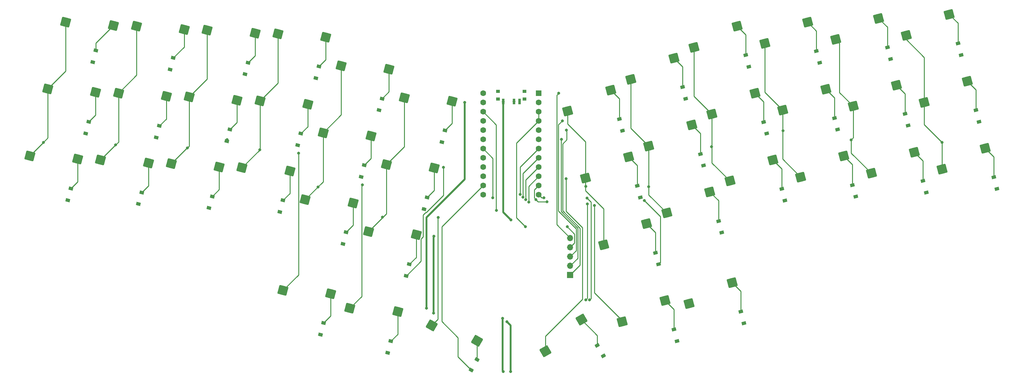
<source format=gbl>
G04 #@! TF.GenerationSoftware,KiCad,Pcbnew,(6.0.8-1)-1*
G04 #@! TF.CreationDate,2022-11-12T18:34:56-05:00*
G04 #@! TF.ProjectId,ergo3by6plus3nonSplit,6572676f-3362-4793-9670-6c7573336e6f,rev?*
G04 #@! TF.SameCoordinates,Original*
G04 #@! TF.FileFunction,Copper,L2,Bot*
G04 #@! TF.FilePolarity,Positive*
%FSLAX46Y46*%
G04 Gerber Fmt 4.6, Leading zero omitted, Abs format (unit mm)*
G04 Created by KiCad (PCBNEW (6.0.8-1)-1) date 2022-11-12 18:34:56*
%MOMM*%
%LPD*%
G01*
G04 APERTURE LIST*
G04 Aperture macros list*
%AMRoundRect*
0 Rectangle with rounded corners*
0 $1 Rounding radius*
0 $2 $3 $4 $5 $6 $7 $8 $9 X,Y pos of 4 corners*
0 Add a 4 corners polygon primitive as box body*
4,1,4,$2,$3,$4,$5,$6,$7,$8,$9,$2,$3,0*
0 Add four circle primitives for the rounded corners*
1,1,$1+$1,$2,$3*
1,1,$1+$1,$4,$5*
1,1,$1+$1,$6,$7*
1,1,$1+$1,$8,$9*
0 Add four rect primitives between the rounded corners*
20,1,$1+$1,$2,$3,$4,$5,0*
20,1,$1+$1,$4,$5,$6,$7,0*
20,1,$1+$1,$6,$7,$8,$9,0*
20,1,$1+$1,$8,$9,$2,$3,0*%
%AMRotRect*
0 Rectangle, with rotation*
0 The origin of the aperture is its center*
0 $1 length*
0 $2 width*
0 $3 Rotation angle, in degrees counterclockwise*
0 Add horizontal line*
21,1,$1,$2,0,0,$3*%
G04 Aperture macros list end*
G04 #@! TA.AperFunction,SMDPad,CuDef*
%ADD10RotRect,0.900000X1.200000X105.000000*%
G04 #@! TD*
G04 #@! TA.AperFunction,SMDPad,CuDef*
%ADD11RotRect,0.900000X1.200000X120.000000*%
G04 #@! TD*
G04 #@! TA.AperFunction,SMDPad,CuDef*
%ADD12RotRect,0.900000X1.200000X60.000000*%
G04 #@! TD*
G04 #@! TA.AperFunction,SMDPad,CuDef*
%ADD13RotRect,0.900000X1.200000X75.000000*%
G04 #@! TD*
G04 #@! TA.AperFunction,ComponentPad*
%ADD14R,1.700000X1.700000*%
G04 #@! TD*
G04 #@! TA.AperFunction,ComponentPad*
%ADD15O,1.700000X1.700000*%
G04 #@! TD*
G04 #@! TA.AperFunction,SMDPad,CuDef*
%ADD16R,0.711200X1.498600*%
G04 #@! TD*
G04 #@! TA.AperFunction,SMDPad,CuDef*
%ADD17R,0.990600X0.812800*%
G04 #@! TD*
G04 #@! TA.AperFunction,SMDPad,CuDef*
%ADD18RoundRect,0.250000X-1.387676X-0.353525X0.387676X-1.378525X1.387676X0.353525X-0.387676X1.378525X0*%
G04 #@! TD*
G04 #@! TA.AperFunction,SMDPad,CuDef*
%ADD19RoundRect,0.250000X-1.248893X-0.700636X0.731255X-1.231215X1.248893X0.700636X-0.731255X1.231215X0*%
G04 #@! TD*
G04 #@! TA.AperFunction,SMDPad,CuDef*
%ADD20RoundRect,0.250000X-0.731255X-1.231215X1.248893X-0.700636X0.731255X1.231215X-1.248893X0.700636X0*%
G04 #@! TD*
G04 #@! TA.AperFunction,SMDPad,CuDef*
%ADD21RoundRect,0.250000X-0.387676X-1.378525X1.387676X-0.353525X0.387676X1.378525X-1.387676X0.353525X0*%
G04 #@! TD*
G04 #@! TA.AperFunction,ComponentPad*
%ADD22R,1.600000X1.600000*%
G04 #@! TD*
G04 #@! TA.AperFunction,ComponentPad*
%ADD23C,1.600000*%
G04 #@! TD*
G04 #@! TA.AperFunction,ViaPad*
%ADD24C,0.800000*%
G04 #@! TD*
G04 #@! TA.AperFunction,Conductor*
%ADD25C,0.250000*%
G04 #@! TD*
G04 #@! TA.AperFunction,Conductor*
%ADD26C,0.500000*%
G04 #@! TD*
G04 APERTURE END LIST*
D10*
X211837051Y-144243778D03*
X210982949Y-141056222D03*
X193434102Y-149127556D03*
X192580000Y-145940000D03*
D11*
X173185000Y-153198942D03*
X171535000Y-150341058D03*
D12*
X136875000Y-157138942D03*
X138525000Y-154281058D03*
D13*
X113942949Y-152373778D03*
X114797051Y-149186222D03*
X95522949Y-147373778D03*
X96377051Y-144186222D03*
D10*
X281367051Y-107233778D03*
X280512949Y-104046222D03*
X261907051Y-108253778D03*
X261052949Y-105066222D03*
X242517051Y-109393778D03*
X241662949Y-106206222D03*
X223127051Y-110473778D03*
X222272949Y-107286222D03*
X205707051Y-119293778D03*
X204852949Y-116106222D03*
X188384102Y-128037556D03*
X187530000Y-124850000D03*
D13*
X119062949Y-131173778D03*
X119917051Y-127986222D03*
X101662949Y-122393778D03*
X102517051Y-119206222D03*
X84312949Y-113603778D03*
X85167051Y-110416222D03*
X64882949Y-112523778D03*
X65737051Y-109336222D03*
X45492949Y-111443778D03*
X46347051Y-108256222D03*
X26032949Y-110353778D03*
X26887051Y-107166222D03*
D10*
X276427051Y-88803778D03*
X275572949Y-85616222D03*
X256987051Y-89823778D03*
X256132949Y-86636222D03*
X237537051Y-90953778D03*
X236682949Y-87766222D03*
X218087051Y-92033778D03*
X217232949Y-88846222D03*
X200757051Y-100843778D03*
X199902949Y-97656222D03*
X183387051Y-109603778D03*
X182532949Y-106416222D03*
D13*
X123972949Y-112803778D03*
X124827051Y-109616222D03*
X106642949Y-103943778D03*
X107497051Y-100756222D03*
X89252949Y-95213778D03*
X90107051Y-92026222D03*
X69772949Y-94123778D03*
X70627051Y-90936222D03*
X50362949Y-93113778D03*
X51217051Y-89926222D03*
X30962949Y-91983778D03*
X31817051Y-88796222D03*
D10*
X271487051Y-70423778D03*
X270632949Y-67236222D03*
X252117051Y-71503778D03*
X251262949Y-68316222D03*
X232617051Y-72523778D03*
X231762949Y-69336222D03*
X213167051Y-73653778D03*
X212312949Y-70466222D03*
X195827051Y-82443778D03*
X194972949Y-79256222D03*
X178447051Y-91233778D03*
X177592949Y-88046222D03*
D13*
X128842949Y-94383778D03*
X129697051Y-91196222D03*
X111542949Y-85603778D03*
X112397051Y-82416222D03*
X94182949Y-76783778D03*
X95037051Y-73596222D03*
X74772949Y-75703778D03*
X75627051Y-72516222D03*
X54172949Y-74403778D03*
X55027051Y-71216222D03*
X32932949Y-72373778D03*
X33787051Y-69186222D03*
D14*
X164110000Y-130970000D03*
D15*
X164110000Y-128430000D03*
X164110000Y-125890000D03*
X164110000Y-123350000D03*
X164110000Y-120810000D03*
D16*
X145679999Y-83231900D03*
X148680001Y-83231900D03*
X150180001Y-83231900D03*
D17*
X144280000Y-82531899D03*
X151580000Y-82531899D03*
X144280000Y-80431900D03*
X151580000Y-80431900D03*
D18*
X126054210Y-144857795D03*
X138519320Y-149121591D03*
D19*
X44913816Y-62487815D03*
X58057739Y-63380118D03*
X64363816Y-63537815D03*
X77507739Y-64430118D03*
X83788816Y-64612815D03*
X96932739Y-65505118D03*
X101163816Y-73412815D03*
X114307739Y-74305118D03*
X118513816Y-82212815D03*
X131657739Y-83105118D03*
D20*
X163399015Y-85870281D03*
X175228138Y-80071076D03*
X180769015Y-77080281D03*
X192598138Y-71281076D03*
X198124015Y-68280281D03*
X209953138Y-62481076D03*
X217549015Y-67205281D03*
X229378138Y-61406076D03*
X237024015Y-66130281D03*
X248853138Y-60331076D03*
X256424015Y-65030281D03*
X268253138Y-59231076D03*
D19*
X20563816Y-79762815D03*
X33707739Y-80655118D03*
X39996593Y-80882367D03*
X53140516Y-81774670D03*
X59413816Y-81937815D03*
X72557739Y-82830118D03*
X78863816Y-83037815D03*
X92007739Y-83930118D03*
X96238816Y-91812815D03*
X109382739Y-92705118D03*
X113593816Y-100602815D03*
X126737739Y-101495118D03*
D20*
X168329015Y-104270281D03*
X180158138Y-98471076D03*
X185699015Y-95480281D03*
X197528138Y-89681076D03*
X203049015Y-86705281D03*
X214878138Y-80906076D03*
X241899015Y-84505281D03*
X253728138Y-78706076D03*
X261359015Y-83430281D03*
X273188138Y-77631076D03*
D19*
X15638816Y-98162815D03*
X28782739Y-99055118D03*
X35073816Y-99282815D03*
X48217739Y-100175118D03*
X54503816Y-100342815D03*
X67647739Y-101235118D03*
X73938816Y-101412815D03*
X87082739Y-102305118D03*
X91293816Y-110222815D03*
X104437739Y-111115118D03*
X108663816Y-119012815D03*
X121807739Y-119905118D03*
D20*
X173269015Y-122660281D03*
X185098138Y-116861076D03*
X190624015Y-113870281D03*
X202453138Y-108071076D03*
X207974015Y-105080281D03*
X219803138Y-99281076D03*
X246859015Y-102950281D03*
X258688138Y-97151076D03*
X266279015Y-101840281D03*
X278108138Y-96041076D03*
D19*
X85163816Y-135202815D03*
X98307739Y-136095118D03*
X103563816Y-140137815D03*
X116707739Y-141030118D03*
D20*
X178349015Y-143800281D03*
X190178138Y-138001076D03*
X196769015Y-138870281D03*
X208598138Y-133071076D03*
X227439015Y-104010281D03*
X239268138Y-98211076D03*
D19*
X25486784Y-61361777D03*
X38630707Y-62254080D03*
D21*
X157274210Y-151942795D03*
X167199320Y-143279591D03*
D20*
X222499015Y-85605281D03*
X234328138Y-79806076D03*
D22*
X155420000Y-80950000D03*
D23*
X155420000Y-83490000D03*
X155420000Y-86030000D03*
X155420000Y-88570000D03*
X155420000Y-91110000D03*
X155420000Y-93650000D03*
X155420000Y-96190000D03*
X155420000Y-98730000D03*
X155420000Y-101270000D03*
X155420000Y-103810000D03*
X155420000Y-106350000D03*
X155420000Y-108890000D03*
X140180000Y-108890000D03*
X140180000Y-106350000D03*
X140180000Y-103810000D03*
X140180000Y-101270000D03*
X140180000Y-98730000D03*
X140180000Y-96190000D03*
X140180000Y-93650000D03*
X140180000Y-91110000D03*
X140180000Y-88570000D03*
X140180000Y-86030000D03*
X140180000Y-83490000D03*
X140180000Y-80950000D03*
D24*
X163090000Y-91110000D03*
X161690000Y-93650000D03*
X161920000Y-88540000D03*
X163280000Y-117700000D03*
X160940000Y-80950000D03*
X168740000Y-109820000D03*
X162940000Y-104420000D03*
X168830000Y-111370000D03*
X157730000Y-110800000D03*
X148680001Y-83231900D03*
X143800000Y-113160000D03*
X151760000Y-117660000D03*
X146750000Y-143870000D03*
X147710000Y-157520000D03*
X145660000Y-83270000D03*
X147840000Y-115840000D03*
X126540000Y-141480000D03*
X126650000Y-120260000D03*
X124630000Y-140130000D03*
X135090000Y-83500000D03*
X145710000Y-157520000D03*
X145520000Y-142900000D03*
X168350000Y-106572996D03*
X185699015Y-106629015D03*
X202910000Y-95640000D03*
X222540000Y-91250000D03*
X184500000Y-110490000D03*
X266230000Y-94450000D03*
X170770000Y-111840000D03*
X241300000Y-93750000D03*
X196750000Y-138900000D03*
X169444500Y-137830000D03*
X178310000Y-143430000D03*
X168390000Y-137810000D03*
X156857380Y-109725999D03*
X112530000Y-115070000D03*
X129260000Y-101350000D03*
X154683436Y-110175500D03*
X94808315Y-106708315D03*
X152690000Y-110900000D03*
X78800000Y-96470000D03*
X211837051Y-144243778D03*
X193434102Y-149127556D03*
X173185000Y-153198942D03*
X136875000Y-157138942D03*
X95370000Y-147300000D03*
X113942949Y-152373778D03*
X142860000Y-109747496D03*
X150350000Y-108810000D03*
X151920000Y-110220000D03*
X151120000Y-109520000D03*
X19345815Y-94455815D03*
X89440000Y-97460000D03*
X58880000Y-96030000D03*
X39180000Y-95160000D03*
X107007700Y-106112300D03*
X127810000Y-115150000D03*
X281367051Y-107233778D03*
X261907051Y-108253778D03*
X242517051Y-109393778D03*
X223127051Y-110473778D03*
X188280000Y-128050000D03*
X205707051Y-119293778D03*
X276427051Y-88803778D03*
X256987051Y-89823778D03*
X237537051Y-90953778D03*
X218087051Y-92033778D03*
X183260000Y-109633502D03*
X200757051Y-100843778D03*
X271487051Y-70423778D03*
X252117051Y-71503778D03*
X232617051Y-72523778D03*
X213167051Y-73653778D03*
X195827051Y-82443778D03*
X178420000Y-91170000D03*
X26032949Y-110353778D03*
X45492949Y-111443778D03*
X64882949Y-112523778D03*
X84312949Y-113603778D03*
X119100000Y-131200000D03*
X101662949Y-122393778D03*
X30962949Y-91983778D03*
X50362949Y-93113778D03*
X69820352Y-93703028D03*
X89252949Y-95213778D03*
X124030000Y-112760000D03*
X106642949Y-103943778D03*
X32970000Y-72430000D03*
X54170000Y-74380000D03*
X74772949Y-75703778D03*
X94182949Y-76783778D03*
X111542949Y-85603778D03*
X128860000Y-94350000D03*
D25*
X38630707Y-62254080D02*
X38630707Y-62269293D01*
X38630707Y-62269293D02*
X33780000Y-67120000D01*
X33780000Y-67120000D02*
X33780000Y-69179171D01*
X33780000Y-69179171D02*
X33787051Y-69186222D01*
X164110000Y-128430000D02*
X166184501Y-126355499D01*
X166184501Y-118060191D02*
X161580499Y-113456189D01*
X160880998Y-89579002D02*
X161920000Y-88540000D01*
X161580499Y-93759501D02*
X161690000Y-93650000D01*
X164110000Y-120810000D02*
X160411497Y-117111497D01*
X166810000Y-118050000D02*
X162030000Y-113270000D01*
X160411497Y-81478503D02*
X160940000Y-80950000D01*
X160860998Y-106827622D02*
X160880998Y-106807622D01*
X160880998Y-106807622D02*
X160880998Y-89579002D01*
X165734501Y-118245881D02*
X160860998Y-113372378D01*
X162030000Y-113270000D02*
X162030000Y-94860000D01*
X166184501Y-126355499D02*
X166184501Y-118060191D01*
X162030000Y-94860000D02*
X163160000Y-93730000D01*
X166810000Y-128270000D02*
X166810000Y-118240000D01*
X165734501Y-124265499D02*
X165734501Y-118245881D01*
X161580499Y-113456189D02*
X161580499Y-93759501D01*
X160411497Y-117111497D02*
X160411497Y-81478503D01*
X164110000Y-130970000D02*
X166810000Y-128270000D01*
X160860998Y-113372378D02*
X160860998Y-106827622D01*
X166810000Y-118240000D02*
X166810000Y-118050000D01*
X164110000Y-125890000D02*
X165734501Y-124265499D01*
X163160000Y-93730000D02*
X163160000Y-91180000D01*
X163160000Y-91180000D02*
X163090000Y-91110000D01*
X157274210Y-151942795D02*
X157274210Y-147825790D01*
X157274210Y-147825790D02*
X167450000Y-137650000D01*
X167450000Y-117930000D02*
X162940000Y-113420000D01*
X162940000Y-113420000D02*
X162940000Y-104420000D01*
X167450000Y-137650000D02*
X167450000Y-117930000D01*
X165285000Y-122175000D02*
X165285000Y-119705000D01*
X164110000Y-123350000D02*
X165285000Y-122175000D01*
X165285000Y-119705000D02*
X163280000Y-117700000D01*
X168329015Y-94313325D02*
X168329015Y-104270281D01*
X163399015Y-89383325D02*
X168329015Y-94313325D01*
X163399015Y-85870281D02*
X163399015Y-89383325D01*
X168847701Y-137352299D02*
X168847701Y-111387701D01*
X168390000Y-137810000D02*
X168847701Y-137352299D01*
X168847701Y-111387701D02*
X168830000Y-111370000D01*
X168329015Y-104270281D02*
X168329015Y-107789015D01*
X168329015Y-107789015D02*
X173269015Y-112729015D01*
X173269015Y-112729015D02*
X173269015Y-122660281D01*
X169800000Y-110880000D02*
X168740000Y-109820000D01*
X169444500Y-137830000D02*
X169800000Y-137474500D01*
X169800000Y-137474500D02*
X169800000Y-110880000D01*
X154683436Y-110175500D02*
X155307936Y-110800000D01*
X155307936Y-110800000D02*
X157730000Y-110800000D01*
X156255999Y-109725999D02*
X156857380Y-109725999D01*
X155420000Y-108890000D02*
X156255999Y-109725999D01*
X178310000Y-143430000D02*
X170720000Y-135840000D01*
X170720000Y-135840000D02*
X170720000Y-111890000D01*
X170720000Y-111890000D02*
X170770000Y-111840000D01*
D26*
X145660000Y-113660000D02*
X145660000Y-83270000D01*
X147840000Y-115840000D02*
X145660000Y-113660000D01*
D25*
X143760000Y-89610000D02*
X143760000Y-113120000D01*
X143760000Y-113120000D02*
X143800000Y-113160000D01*
X155420000Y-88570000D02*
X149310000Y-94680000D01*
X149310000Y-94680000D02*
X149310000Y-115210000D01*
X149310000Y-115210000D02*
X151760000Y-117660000D01*
X140180000Y-96190000D02*
X142860000Y-98870000D01*
X142860000Y-98870000D02*
X142860000Y-109747496D01*
X136875000Y-157138942D02*
X136875000Y-157105000D01*
X133280000Y-153510000D02*
X133280000Y-151598759D01*
X128830000Y-143747844D02*
X128830000Y-117700000D01*
X133280000Y-151598759D02*
X133295001Y-151583758D01*
X136875000Y-157105000D02*
X133280000Y-153510000D01*
X133295001Y-151583758D02*
X133295001Y-148212845D01*
X133295001Y-148212845D02*
X128830000Y-143747844D01*
X128830000Y-117700000D02*
X140180000Y-106350000D01*
X143760000Y-89610000D02*
X140180000Y-86030000D01*
D26*
X135090000Y-104670000D02*
X135090000Y-83500000D01*
X124630000Y-140130000D02*
X124630000Y-115130000D01*
X124630000Y-115130000D02*
X135090000Y-104670000D01*
X146750000Y-143870000D02*
X147730000Y-144850000D01*
X147730000Y-157500000D02*
X147710000Y-157520000D01*
X147730000Y-144850000D02*
X147730000Y-157500000D01*
X126540000Y-120370000D02*
X126540000Y-141480000D01*
X126650000Y-120260000D02*
X126540000Y-120370000D01*
X145520000Y-142900000D02*
X145520000Y-157330000D01*
X145520000Y-157330000D02*
X145710000Y-157520000D01*
D25*
X126054210Y-144857795D02*
X127780000Y-143132005D01*
X127780000Y-143132005D02*
X127780000Y-115180000D01*
X127780000Y-115180000D02*
X127810000Y-115150000D01*
X131657739Y-89235534D02*
X129697051Y-91196222D01*
X131657739Y-83105118D02*
X131657739Y-89235534D01*
X123647622Y-120500998D02*
X123647622Y-114480998D01*
X123647622Y-114480998D02*
X124357622Y-113770998D01*
X123120998Y-121185892D02*
X123178929Y-120969691D01*
X123178929Y-120969691D02*
X123647622Y-120500998D01*
X124518395Y-113770998D02*
X129260000Y-109029393D01*
X123120998Y-127179002D02*
X123120998Y-121185892D01*
X119100000Y-131200000D02*
X123120998Y-127179002D01*
X129260000Y-109029393D02*
X129260000Y-101350000D01*
X124357622Y-113770998D02*
X124518395Y-113770998D01*
X58057739Y-63380118D02*
X58057739Y-68185534D01*
X58057739Y-68185534D02*
X55027051Y-71216222D01*
X241300000Y-97391266D02*
X241300000Y-93750000D01*
X241899015Y-84505281D02*
X241899015Y-93150985D01*
X246859015Y-102950281D02*
X241300000Y-97391266D01*
X241899015Y-93150985D02*
X241300000Y-93750000D01*
X237024015Y-66130281D02*
X238110000Y-67216266D01*
X238110000Y-67216266D02*
X238110000Y-80716266D01*
X238110000Y-80716266D02*
X241899015Y-84505281D01*
X154252299Y-109744363D02*
X154683436Y-110175500D01*
X154252299Y-107517701D02*
X154252299Y-109744363D01*
X155420000Y-106350000D02*
X154252299Y-107517701D01*
X266279015Y-94499015D02*
X266230000Y-94450000D01*
X266279015Y-101840281D02*
X266279015Y-94499015D01*
X261359015Y-89579015D02*
X266230000Y-94450000D01*
X261359015Y-83430281D02*
X261359015Y-89579015D01*
X188874000Y-127547658D02*
X188874000Y-114864000D01*
X188384102Y-128037556D02*
X188874000Y-127547658D01*
X188874000Y-114864000D02*
X184500000Y-110490000D01*
X155420000Y-88570000D02*
X155420000Y-86030000D01*
X183387051Y-109603778D02*
X183289724Y-109603778D01*
X183289724Y-109603778D02*
X183260000Y-109633502D01*
X185699015Y-106629015D02*
X185699015Y-108945281D01*
X185699015Y-95480281D02*
X185699015Y-106629015D01*
X203049015Y-95779015D02*
X202910000Y-95640000D01*
X203049015Y-95779015D02*
X203049015Y-100155281D01*
X203049015Y-86705281D02*
X203049015Y-95779015D01*
X222499015Y-85605281D02*
X222499015Y-99070281D01*
X222499015Y-99070281D02*
X227439015Y-104010281D01*
X196769015Y-138870281D02*
X196769015Y-138880985D01*
X196769015Y-138880985D02*
X196750000Y-138900000D01*
X178349015Y-143800281D02*
X178349015Y-143469015D01*
X178349015Y-143469015D02*
X178310000Y-143430000D01*
X39996593Y-94343407D02*
X39180000Y-95160000D01*
X39180000Y-95176631D02*
X39180000Y-95160000D01*
X35073816Y-99282815D02*
X39180000Y-95176631D01*
X39996593Y-80882367D02*
X39996593Y-94343407D01*
X59413816Y-81937815D02*
X59413816Y-95496184D01*
X59413816Y-95496184D02*
X58880000Y-96030000D01*
X54503816Y-100342815D02*
X58816631Y-96030000D01*
X58816631Y-96030000D02*
X58880000Y-96030000D01*
X73938816Y-101412815D02*
X78800000Y-96551631D01*
X78863816Y-83037815D02*
X78863816Y-96406184D01*
X78800000Y-96551631D02*
X78800000Y-96470000D01*
X78863816Y-96406184D02*
X78800000Y-96470000D01*
X106840000Y-106280000D02*
X107007700Y-106112300D01*
X103563816Y-140137815D02*
X106840000Y-136861631D01*
X106840000Y-136861631D02*
X106840000Y-106280000D01*
X152690000Y-106540000D02*
X152690000Y-110900000D01*
X155420000Y-103810000D02*
X152690000Y-106540000D01*
X150350000Y-101260000D02*
X150350000Y-108810000D01*
X155420000Y-96190000D02*
X150350000Y-101260000D01*
X155420000Y-98730000D02*
X151120000Y-103030000D01*
X151120000Y-103030000D02*
X151120000Y-109520000D01*
X151920000Y-104770000D02*
X151920000Y-110220000D01*
X155420000Y-101270000D02*
X151920000Y-104770000D01*
X113593816Y-100602815D02*
X113593816Y-114082815D01*
X113593816Y-114082815D02*
X108663816Y-119012815D01*
X96238816Y-91812815D02*
X96238816Y-105277815D01*
X96238816Y-105277815D02*
X91293816Y-110222815D01*
X138519320Y-152526738D02*
X138525000Y-152532418D01*
X138519320Y-149121591D02*
X138519320Y-152526738D01*
X138525000Y-152532418D02*
X138525000Y-154281058D01*
X95522949Y-147373778D02*
X95443778Y-147373778D01*
X95443778Y-147373778D02*
X95370000Y-147300000D01*
X85163816Y-135202815D02*
X89440000Y-130926631D01*
X89440000Y-130926631D02*
X89440000Y-97460000D01*
X20563816Y-93237815D02*
X19345815Y-94455815D01*
X19345815Y-94455815D02*
X15638816Y-98162815D01*
X188292444Y-128037556D02*
X188280000Y-128050000D01*
X188384102Y-128037556D02*
X188292444Y-128037556D01*
X178447051Y-91233778D02*
X178447051Y-91197051D01*
X178447051Y-91197051D02*
X178420000Y-91170000D01*
X119062949Y-131173778D02*
X119073778Y-131173778D01*
X119073778Y-131173778D02*
X119100000Y-131200000D01*
X123972949Y-112803778D02*
X123986222Y-112803778D01*
X123986222Y-112803778D02*
X124030000Y-112760000D01*
X128842949Y-94367051D02*
X128860000Y-94350000D01*
X128842949Y-94383778D02*
X128842949Y-94367051D01*
X20563816Y-79762815D02*
X20563816Y-93237815D01*
X25486784Y-61361777D02*
X25486784Y-74839847D01*
X25486784Y-74839847D02*
X20563816Y-79762815D01*
X44913816Y-62487815D02*
X44913816Y-75965144D01*
X44913816Y-75965144D02*
X39996593Y-80882367D01*
X64363816Y-63537815D02*
X64363816Y-76987815D01*
X64363816Y-76987815D02*
X59413816Y-81937815D01*
X83788816Y-64612815D02*
X83788816Y-78112815D01*
X83788816Y-78112815D02*
X78863816Y-83037815D01*
X101163816Y-73412815D02*
X101163816Y-86887815D01*
X101163816Y-86887815D02*
X96238816Y-91812815D01*
X118513816Y-82212815D02*
X118513816Y-95682815D01*
X118513816Y-95682815D02*
X113593816Y-100602815D01*
X185699015Y-108945281D02*
X190624015Y-113870281D01*
X180769015Y-77080281D02*
X180769015Y-90550281D01*
X180769015Y-90550281D02*
X185699015Y-95480281D01*
X203049015Y-100155281D02*
X207974015Y-105080281D01*
X198124015Y-68280281D02*
X198124015Y-81780281D01*
X198124015Y-81780281D02*
X203049015Y-86705281D01*
X217549015Y-67205281D02*
X217549015Y-80655281D01*
X217549015Y-80655281D02*
X222499015Y-85605281D01*
X256424015Y-65030281D02*
X256424015Y-66138488D01*
X256424015Y-66138488D02*
X261359015Y-71073488D01*
X261359015Y-71073488D02*
X261359015Y-83430281D01*
X278108138Y-96041076D02*
X280512949Y-98445887D01*
X280512949Y-98445887D02*
X280512949Y-104046222D01*
X273188138Y-77631076D02*
X275572949Y-80015887D01*
X275572949Y-80015887D02*
X275572949Y-85616222D01*
X268253138Y-59231076D02*
X270632949Y-61610887D01*
X270632949Y-61610887D02*
X270632949Y-67236222D01*
X248853138Y-60331076D02*
X251262949Y-62740887D01*
X251262949Y-62740887D02*
X251262949Y-68316222D01*
X253728138Y-78706076D02*
X256132949Y-81110887D01*
X256132949Y-81110887D02*
X256132949Y-86636222D01*
X258688138Y-97151076D02*
X261052949Y-99515887D01*
X261052949Y-99515887D02*
X261052949Y-105066222D01*
X239268138Y-98211076D02*
X241662949Y-100605887D01*
X241662949Y-100605887D02*
X241662949Y-106206222D01*
X234328138Y-79806076D02*
X236682949Y-82160887D01*
X236682949Y-82160887D02*
X236682949Y-87766222D01*
X229378138Y-61406076D02*
X231762949Y-63790887D01*
X231762949Y-63790887D02*
X231762949Y-69336222D01*
X209953138Y-62481076D02*
X212312949Y-64840887D01*
X212312949Y-64840887D02*
X212312949Y-70466222D01*
X214878138Y-80906076D02*
X217232949Y-83260887D01*
X217232949Y-83260887D02*
X217232949Y-88846222D01*
X219803138Y-99281076D02*
X222272949Y-101750887D01*
X222272949Y-101750887D02*
X222272949Y-107286222D01*
X202453138Y-108071076D02*
X204852949Y-110470887D01*
X204852949Y-110470887D02*
X204852949Y-116106222D01*
X197528138Y-89681076D02*
X199902949Y-92055887D01*
X199902949Y-92055887D02*
X199902949Y-97656222D01*
X192598138Y-71281076D02*
X194972949Y-73655887D01*
X194972949Y-73655887D02*
X194972949Y-79256222D01*
X175228138Y-80071076D02*
X177592949Y-82435887D01*
X177592949Y-82435887D02*
X177592949Y-88046222D01*
X180158138Y-98471076D02*
X182532949Y-100845887D01*
X182532949Y-100845887D02*
X182532949Y-106416222D01*
X185098138Y-116861076D02*
X187530000Y-119292938D01*
X187530000Y-119292938D02*
X187530000Y-124850000D01*
X208598138Y-133071076D02*
X210982949Y-135455887D01*
X210982949Y-135455887D02*
X210982949Y-141056222D01*
X190178138Y-138001076D02*
X192580000Y-140402938D01*
X192580000Y-140402938D02*
X192580000Y-145940000D01*
X167199320Y-143279591D02*
X171535000Y-147615271D01*
X171535000Y-147615271D02*
X171535000Y-150341058D01*
X126737739Y-101495118D02*
X126737739Y-107705534D01*
X126737739Y-107705534D02*
X124827051Y-109616222D01*
X121807739Y-119905118D02*
X121807739Y-126095534D01*
X121807739Y-126095534D02*
X119917051Y-127986222D01*
X116707739Y-141030118D02*
X116707739Y-147275534D01*
X116707739Y-147275534D02*
X114797051Y-149186222D01*
X98307739Y-136095118D02*
X98307739Y-142255534D01*
X98307739Y-142255534D02*
X96377051Y-144186222D01*
X104437739Y-111115118D02*
X104437739Y-117285534D01*
X104437739Y-117285534D02*
X102517051Y-119206222D01*
X109382739Y-92705118D02*
X109382739Y-98870534D01*
X109382739Y-98870534D02*
X107497051Y-100756222D01*
X92007739Y-83930118D02*
X92007739Y-90125534D01*
X92007739Y-90125534D02*
X90107051Y-92026222D01*
X87082739Y-102305118D02*
X87082739Y-108500534D01*
X87082739Y-108500534D02*
X85167051Y-110416222D01*
X67647739Y-101235118D02*
X67647739Y-107425534D01*
X67647739Y-107425534D02*
X65737051Y-109336222D01*
X72557739Y-82830118D02*
X72557739Y-89005534D01*
X72557739Y-89005534D02*
X70627051Y-90936222D01*
X53140516Y-81774670D02*
X53140516Y-88002757D01*
X53140516Y-88002757D02*
X51217051Y-89926222D01*
X48217739Y-100175118D02*
X48217739Y-106385534D01*
X48217739Y-106385534D02*
X46347051Y-108256222D01*
X28782739Y-99055118D02*
X28782739Y-105270534D01*
X28782739Y-105270534D02*
X26887051Y-107166222D01*
X33707739Y-80655118D02*
X33707739Y-86905534D01*
X33707739Y-86905534D02*
X31817051Y-88796222D01*
X77507739Y-64430118D02*
X77507739Y-70635534D01*
X77507739Y-70635534D02*
X75627051Y-72516222D01*
X96932739Y-65505118D02*
X96932739Y-71700534D01*
X96932739Y-71700534D02*
X95037051Y-73596222D01*
X114307739Y-74305118D02*
X114307739Y-80505534D01*
X114307739Y-80505534D02*
X112397051Y-82416222D01*
M02*

</source>
